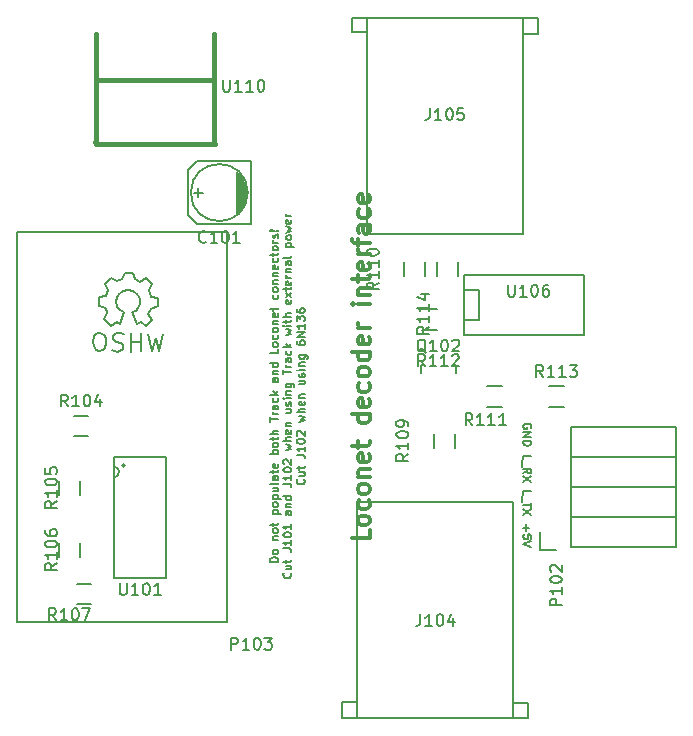
<source format=gto>
G04 #@! TF.FileFunction,Legend,Top*
%FSLAX46Y46*%
G04 Gerber Fmt 4.6, Leading zero omitted, Abs format (unit mm)*
G04 Created by KiCad (PCBNEW (2015-08-02 BZR 6038)-product) date 2015 November 19, Thursday 21:17:08*
%MOMM*%
G01*
G04 APERTURE LIST*
%ADD10C,0.100000*%
%ADD11C,0.150000*%
%ADD12C,0.300000*%
%ADD13C,0.381000*%
G04 APERTURE END LIST*
D10*
D11*
X202436667Y-117016661D02*
X201736667Y-117016661D01*
X201736667Y-116849995D01*
X201770000Y-116749995D01*
X201836667Y-116683328D01*
X201903333Y-116649995D01*
X202036667Y-116616661D01*
X202136667Y-116616661D01*
X202270000Y-116649995D01*
X202336667Y-116683328D01*
X202403333Y-116749995D01*
X202436667Y-116849995D01*
X202436667Y-117016661D01*
X202436667Y-116216661D02*
X202403333Y-116283328D01*
X202370000Y-116316661D01*
X202303333Y-116349995D01*
X202103333Y-116349995D01*
X202036667Y-116316661D01*
X202003333Y-116283328D01*
X201970000Y-116216661D01*
X201970000Y-116116661D01*
X202003333Y-116049995D01*
X202036667Y-116016661D01*
X202103333Y-115983328D01*
X202303333Y-115983328D01*
X202370000Y-116016661D01*
X202403333Y-116049995D01*
X202436667Y-116116661D01*
X202436667Y-116216661D01*
X201970000Y-115149995D02*
X202436667Y-115149995D01*
X202036667Y-115149995D02*
X202003333Y-115116662D01*
X201970000Y-115049995D01*
X201970000Y-114949995D01*
X202003333Y-114883329D01*
X202070000Y-114849995D01*
X202436667Y-114849995D01*
X202436667Y-114416662D02*
X202403333Y-114483329D01*
X202370000Y-114516662D01*
X202303333Y-114549996D01*
X202103333Y-114549996D01*
X202036667Y-114516662D01*
X202003333Y-114483329D01*
X201970000Y-114416662D01*
X201970000Y-114316662D01*
X202003333Y-114249996D01*
X202036667Y-114216662D01*
X202103333Y-114183329D01*
X202303333Y-114183329D01*
X202370000Y-114216662D01*
X202403333Y-114249996D01*
X202436667Y-114316662D01*
X202436667Y-114416662D01*
X201970000Y-113983329D02*
X201970000Y-113716663D01*
X201736667Y-113883329D02*
X202336667Y-113883329D01*
X202403333Y-113849996D01*
X202436667Y-113783329D01*
X202436667Y-113716663D01*
X201970000Y-112949996D02*
X202670000Y-112949996D01*
X202003333Y-112949996D02*
X201970000Y-112883330D01*
X201970000Y-112749996D01*
X202003333Y-112683330D01*
X202036667Y-112649996D01*
X202103333Y-112616663D01*
X202303333Y-112616663D01*
X202370000Y-112649996D01*
X202403333Y-112683330D01*
X202436667Y-112749996D01*
X202436667Y-112883330D01*
X202403333Y-112949996D01*
X202436667Y-112216663D02*
X202403333Y-112283330D01*
X202370000Y-112316663D01*
X202303333Y-112349997D01*
X202103333Y-112349997D01*
X202036667Y-112316663D01*
X202003333Y-112283330D01*
X201970000Y-112216663D01*
X201970000Y-112116663D01*
X202003333Y-112049997D01*
X202036667Y-112016663D01*
X202103333Y-111983330D01*
X202303333Y-111983330D01*
X202370000Y-112016663D01*
X202403333Y-112049997D01*
X202436667Y-112116663D01*
X202436667Y-112216663D01*
X201970000Y-111683330D02*
X202670000Y-111683330D01*
X202003333Y-111683330D02*
X201970000Y-111616664D01*
X201970000Y-111483330D01*
X202003333Y-111416664D01*
X202036667Y-111383330D01*
X202103333Y-111349997D01*
X202303333Y-111349997D01*
X202370000Y-111383330D01*
X202403333Y-111416664D01*
X202436667Y-111483330D01*
X202436667Y-111616664D01*
X202403333Y-111683330D01*
X201970000Y-110749997D02*
X202436667Y-110749997D01*
X201970000Y-111049997D02*
X202336667Y-111049997D01*
X202403333Y-111016664D01*
X202436667Y-110949997D01*
X202436667Y-110849997D01*
X202403333Y-110783331D01*
X202370000Y-110749997D01*
X202436667Y-110316664D02*
X202403333Y-110383331D01*
X202336667Y-110416664D01*
X201736667Y-110416664D01*
X202436667Y-109749997D02*
X202070000Y-109749997D01*
X202003333Y-109783331D01*
X201970000Y-109849997D01*
X201970000Y-109983331D01*
X202003333Y-110049997D01*
X202403333Y-109749997D02*
X202436667Y-109816664D01*
X202436667Y-109983331D01*
X202403333Y-110049997D01*
X202336667Y-110083331D01*
X202270000Y-110083331D01*
X202203333Y-110049997D01*
X202170000Y-109983331D01*
X202170000Y-109816664D01*
X202136667Y-109749997D01*
X201970000Y-109516664D02*
X201970000Y-109249998D01*
X201736667Y-109416664D02*
X202336667Y-109416664D01*
X202403333Y-109383331D01*
X202436667Y-109316664D01*
X202436667Y-109249998D01*
X202403333Y-108749998D02*
X202436667Y-108816664D01*
X202436667Y-108949998D01*
X202403333Y-109016664D01*
X202336667Y-109049998D01*
X202070000Y-109049998D01*
X202003333Y-109016664D01*
X201970000Y-108949998D01*
X201970000Y-108816664D01*
X202003333Y-108749998D01*
X202070000Y-108716664D01*
X202136667Y-108716664D01*
X202203333Y-109049998D01*
X202436667Y-107883331D02*
X201736667Y-107883331D01*
X202003333Y-107883331D02*
X201970000Y-107816665D01*
X201970000Y-107683331D01*
X202003333Y-107616665D01*
X202036667Y-107583331D01*
X202103333Y-107549998D01*
X202303333Y-107549998D01*
X202370000Y-107583331D01*
X202403333Y-107616665D01*
X202436667Y-107683331D01*
X202436667Y-107816665D01*
X202403333Y-107883331D01*
X202436667Y-107149998D02*
X202403333Y-107216665D01*
X202370000Y-107249998D01*
X202303333Y-107283332D01*
X202103333Y-107283332D01*
X202036667Y-107249998D01*
X202003333Y-107216665D01*
X201970000Y-107149998D01*
X201970000Y-107049998D01*
X202003333Y-106983332D01*
X202036667Y-106949998D01*
X202103333Y-106916665D01*
X202303333Y-106916665D01*
X202370000Y-106949998D01*
X202403333Y-106983332D01*
X202436667Y-107049998D01*
X202436667Y-107149998D01*
X201970000Y-106716665D02*
X201970000Y-106449999D01*
X201736667Y-106616665D02*
X202336667Y-106616665D01*
X202403333Y-106583332D01*
X202436667Y-106516665D01*
X202436667Y-106449999D01*
X202436667Y-106216665D02*
X201736667Y-106216665D01*
X202436667Y-105916665D02*
X202070000Y-105916665D01*
X202003333Y-105949999D01*
X201970000Y-106016665D01*
X201970000Y-106116665D01*
X202003333Y-106183332D01*
X202036667Y-106216665D01*
X201736667Y-105149999D02*
X201736667Y-104749999D01*
X202436667Y-104949999D02*
X201736667Y-104949999D01*
X202436667Y-104516666D02*
X201970000Y-104516666D01*
X202103333Y-104516666D02*
X202036667Y-104483333D01*
X202003333Y-104450000D01*
X201970000Y-104383333D01*
X201970000Y-104316666D01*
X202436667Y-103783333D02*
X202070000Y-103783333D01*
X202003333Y-103816667D01*
X201970000Y-103883333D01*
X201970000Y-104016667D01*
X202003333Y-104083333D01*
X202403333Y-103783333D02*
X202436667Y-103850000D01*
X202436667Y-104016667D01*
X202403333Y-104083333D01*
X202336667Y-104116667D01*
X202270000Y-104116667D01*
X202203333Y-104083333D01*
X202170000Y-104016667D01*
X202170000Y-103850000D01*
X202136667Y-103783333D01*
X202403333Y-103150000D02*
X202436667Y-103216667D01*
X202436667Y-103350000D01*
X202403333Y-103416667D01*
X202370000Y-103450000D01*
X202303333Y-103483334D01*
X202103333Y-103483334D01*
X202036667Y-103450000D01*
X202003333Y-103416667D01*
X201970000Y-103350000D01*
X201970000Y-103216667D01*
X202003333Y-103150000D01*
X202436667Y-102850000D02*
X201736667Y-102850000D01*
X202170000Y-102783334D02*
X202436667Y-102583334D01*
X201970000Y-102583334D02*
X202236667Y-102850000D01*
X202436667Y-101450000D02*
X202070000Y-101450000D01*
X202003333Y-101483334D01*
X201970000Y-101550000D01*
X201970000Y-101683334D01*
X202003333Y-101750000D01*
X202403333Y-101450000D02*
X202436667Y-101516667D01*
X202436667Y-101683334D01*
X202403333Y-101750000D01*
X202336667Y-101783334D01*
X202270000Y-101783334D01*
X202203333Y-101750000D01*
X202170000Y-101683334D01*
X202170000Y-101516667D01*
X202136667Y-101450000D01*
X201970000Y-101116667D02*
X202436667Y-101116667D01*
X202036667Y-101116667D02*
X202003333Y-101083334D01*
X201970000Y-101016667D01*
X201970000Y-100916667D01*
X202003333Y-100850001D01*
X202070000Y-100816667D01*
X202436667Y-100816667D01*
X202436667Y-100183334D02*
X201736667Y-100183334D01*
X202403333Y-100183334D02*
X202436667Y-100250001D01*
X202436667Y-100383334D01*
X202403333Y-100450001D01*
X202370000Y-100483334D01*
X202303333Y-100516668D01*
X202103333Y-100516668D01*
X202036667Y-100483334D01*
X202003333Y-100450001D01*
X201970000Y-100383334D01*
X201970000Y-100250001D01*
X202003333Y-100183334D01*
X202436667Y-98983335D02*
X202436667Y-99316668D01*
X201736667Y-99316668D01*
X202436667Y-98650001D02*
X202403333Y-98716668D01*
X202370000Y-98750001D01*
X202303333Y-98783335D01*
X202103333Y-98783335D01*
X202036667Y-98750001D01*
X202003333Y-98716668D01*
X201970000Y-98650001D01*
X201970000Y-98550001D01*
X202003333Y-98483335D01*
X202036667Y-98450001D01*
X202103333Y-98416668D01*
X202303333Y-98416668D01*
X202370000Y-98450001D01*
X202403333Y-98483335D01*
X202436667Y-98550001D01*
X202436667Y-98650001D01*
X202403333Y-97816668D02*
X202436667Y-97883335D01*
X202436667Y-98016668D01*
X202403333Y-98083335D01*
X202370000Y-98116668D01*
X202303333Y-98150002D01*
X202103333Y-98150002D01*
X202036667Y-98116668D01*
X202003333Y-98083335D01*
X201970000Y-98016668D01*
X201970000Y-97883335D01*
X202003333Y-97816668D01*
X202436667Y-97416668D02*
X202403333Y-97483335D01*
X202370000Y-97516668D01*
X202303333Y-97550002D01*
X202103333Y-97550002D01*
X202036667Y-97516668D01*
X202003333Y-97483335D01*
X201970000Y-97416668D01*
X201970000Y-97316668D01*
X202003333Y-97250002D01*
X202036667Y-97216668D01*
X202103333Y-97183335D01*
X202303333Y-97183335D01*
X202370000Y-97216668D01*
X202403333Y-97250002D01*
X202436667Y-97316668D01*
X202436667Y-97416668D01*
X201970000Y-96883335D02*
X202436667Y-96883335D01*
X202036667Y-96883335D02*
X202003333Y-96850002D01*
X201970000Y-96783335D01*
X201970000Y-96683335D01*
X202003333Y-96616669D01*
X202070000Y-96583335D01*
X202436667Y-96583335D01*
X202403333Y-95983336D02*
X202436667Y-96050002D01*
X202436667Y-96183336D01*
X202403333Y-96250002D01*
X202336667Y-96283336D01*
X202070000Y-96283336D01*
X202003333Y-96250002D01*
X201970000Y-96183336D01*
X201970000Y-96050002D01*
X202003333Y-95983336D01*
X202070000Y-95950002D01*
X202136667Y-95950002D01*
X202203333Y-96283336D01*
X201970000Y-95750002D02*
X201970000Y-95483336D01*
X201736667Y-95650002D02*
X202336667Y-95650002D01*
X202403333Y-95616669D01*
X202436667Y-95550002D01*
X202436667Y-95483336D01*
X202403333Y-94416669D02*
X202436667Y-94483336D01*
X202436667Y-94616669D01*
X202403333Y-94683336D01*
X202370000Y-94716669D01*
X202303333Y-94750003D01*
X202103333Y-94750003D01*
X202036667Y-94716669D01*
X202003333Y-94683336D01*
X201970000Y-94616669D01*
X201970000Y-94483336D01*
X202003333Y-94416669D01*
X202436667Y-94016669D02*
X202403333Y-94083336D01*
X202370000Y-94116669D01*
X202303333Y-94150003D01*
X202103333Y-94150003D01*
X202036667Y-94116669D01*
X202003333Y-94083336D01*
X201970000Y-94016669D01*
X201970000Y-93916669D01*
X202003333Y-93850003D01*
X202036667Y-93816669D01*
X202103333Y-93783336D01*
X202303333Y-93783336D01*
X202370000Y-93816669D01*
X202403333Y-93850003D01*
X202436667Y-93916669D01*
X202436667Y-94016669D01*
X201970000Y-93483336D02*
X202436667Y-93483336D01*
X202036667Y-93483336D02*
X202003333Y-93450003D01*
X201970000Y-93383336D01*
X201970000Y-93283336D01*
X202003333Y-93216670D01*
X202070000Y-93183336D01*
X202436667Y-93183336D01*
X201970000Y-92850003D02*
X202436667Y-92850003D01*
X202036667Y-92850003D02*
X202003333Y-92816670D01*
X201970000Y-92750003D01*
X201970000Y-92650003D01*
X202003333Y-92583337D01*
X202070000Y-92550003D01*
X202436667Y-92550003D01*
X202403333Y-91950004D02*
X202436667Y-92016670D01*
X202436667Y-92150004D01*
X202403333Y-92216670D01*
X202336667Y-92250004D01*
X202070000Y-92250004D01*
X202003333Y-92216670D01*
X201970000Y-92150004D01*
X201970000Y-92016670D01*
X202003333Y-91950004D01*
X202070000Y-91916670D01*
X202136667Y-91916670D01*
X202203333Y-92250004D01*
X202403333Y-91316670D02*
X202436667Y-91383337D01*
X202436667Y-91516670D01*
X202403333Y-91583337D01*
X202370000Y-91616670D01*
X202303333Y-91650004D01*
X202103333Y-91650004D01*
X202036667Y-91616670D01*
X202003333Y-91583337D01*
X201970000Y-91516670D01*
X201970000Y-91383337D01*
X202003333Y-91316670D01*
X201970000Y-91116670D02*
X201970000Y-90850004D01*
X201736667Y-91016670D02*
X202336667Y-91016670D01*
X202403333Y-90983337D01*
X202436667Y-90916670D01*
X202436667Y-90850004D01*
X202436667Y-90516670D02*
X202403333Y-90583337D01*
X202370000Y-90616670D01*
X202303333Y-90650004D01*
X202103333Y-90650004D01*
X202036667Y-90616670D01*
X202003333Y-90583337D01*
X201970000Y-90516670D01*
X201970000Y-90416670D01*
X202003333Y-90350004D01*
X202036667Y-90316670D01*
X202103333Y-90283337D01*
X202303333Y-90283337D01*
X202370000Y-90316670D01*
X202403333Y-90350004D01*
X202436667Y-90416670D01*
X202436667Y-90516670D01*
X202436667Y-89983337D02*
X201970000Y-89983337D01*
X202103333Y-89983337D02*
X202036667Y-89950004D01*
X202003333Y-89916671D01*
X201970000Y-89850004D01*
X201970000Y-89783337D01*
X202403333Y-89583338D02*
X202436667Y-89516671D01*
X202436667Y-89383338D01*
X202403333Y-89316671D01*
X202336667Y-89283338D01*
X202303333Y-89283338D01*
X202236667Y-89316671D01*
X202203333Y-89383338D01*
X202203333Y-89483338D01*
X202170000Y-89550004D01*
X202103333Y-89583338D01*
X202070000Y-89583338D01*
X202003333Y-89550004D01*
X201970000Y-89483338D01*
X201970000Y-89383338D01*
X202003333Y-89316671D01*
X202370000Y-88983337D02*
X202403333Y-88950004D01*
X202436667Y-88983337D01*
X202403333Y-89016671D01*
X202370000Y-88983337D01*
X202436667Y-88983337D01*
X202170000Y-88983337D02*
X201770000Y-89016671D01*
X201736667Y-88983337D01*
X201770000Y-88950004D01*
X202170000Y-88983337D01*
X201736667Y-88983337D01*
X203500000Y-117949995D02*
X203533333Y-117983329D01*
X203566667Y-118083329D01*
X203566667Y-118149995D01*
X203533333Y-118249995D01*
X203466667Y-118316662D01*
X203400000Y-118349995D01*
X203266667Y-118383329D01*
X203166667Y-118383329D01*
X203033333Y-118349995D01*
X202966667Y-118316662D01*
X202900000Y-118249995D01*
X202866667Y-118149995D01*
X202866667Y-118083329D01*
X202900000Y-117983329D01*
X202933333Y-117949995D01*
X203100000Y-117349995D02*
X203566667Y-117349995D01*
X203100000Y-117649995D02*
X203466667Y-117649995D01*
X203533333Y-117616662D01*
X203566667Y-117549995D01*
X203566667Y-117449995D01*
X203533333Y-117383329D01*
X203500000Y-117349995D01*
X203100000Y-117116662D02*
X203100000Y-116849996D01*
X202866667Y-117016662D02*
X203466667Y-117016662D01*
X203533333Y-116983329D01*
X203566667Y-116916662D01*
X203566667Y-116849996D01*
X202866667Y-115883329D02*
X203366667Y-115883329D01*
X203466667Y-115916663D01*
X203533333Y-115983329D01*
X203566667Y-116083329D01*
X203566667Y-116149996D01*
X203566667Y-115183330D02*
X203566667Y-115583330D01*
X203566667Y-115383330D02*
X202866667Y-115383330D01*
X202966667Y-115449996D01*
X203033333Y-115516663D01*
X203066667Y-115583330D01*
X202866667Y-114749996D02*
X202866667Y-114683329D01*
X202900000Y-114616663D01*
X202933333Y-114583329D01*
X203000000Y-114549996D01*
X203133333Y-114516663D01*
X203300000Y-114516663D01*
X203433333Y-114549996D01*
X203500000Y-114583329D01*
X203533333Y-114616663D01*
X203566667Y-114683329D01*
X203566667Y-114749996D01*
X203533333Y-114816663D01*
X203500000Y-114849996D01*
X203433333Y-114883329D01*
X203300000Y-114916663D01*
X203133333Y-114916663D01*
X203000000Y-114883329D01*
X202933333Y-114849996D01*
X202900000Y-114816663D01*
X202866667Y-114749996D01*
X203566667Y-113849996D02*
X203566667Y-114249996D01*
X203566667Y-114049996D02*
X202866667Y-114049996D01*
X202966667Y-114116662D01*
X203033333Y-114183329D01*
X203066667Y-114249996D01*
X203566667Y-112716662D02*
X203200000Y-112716662D01*
X203133333Y-112749996D01*
X203100000Y-112816662D01*
X203100000Y-112949996D01*
X203133333Y-113016662D01*
X203533333Y-112716662D02*
X203566667Y-112783329D01*
X203566667Y-112949996D01*
X203533333Y-113016662D01*
X203466667Y-113049996D01*
X203400000Y-113049996D01*
X203333333Y-113016662D01*
X203300000Y-112949996D01*
X203300000Y-112783329D01*
X203266667Y-112716662D01*
X203100000Y-112383329D02*
X203566667Y-112383329D01*
X203166667Y-112383329D02*
X203133333Y-112349996D01*
X203100000Y-112283329D01*
X203100000Y-112183329D01*
X203133333Y-112116663D01*
X203200000Y-112083329D01*
X203566667Y-112083329D01*
X203566667Y-111449996D02*
X202866667Y-111449996D01*
X203533333Y-111449996D02*
X203566667Y-111516663D01*
X203566667Y-111649996D01*
X203533333Y-111716663D01*
X203500000Y-111749996D01*
X203433333Y-111783330D01*
X203233333Y-111783330D01*
X203166667Y-111749996D01*
X203133333Y-111716663D01*
X203100000Y-111649996D01*
X203100000Y-111516663D01*
X203133333Y-111449996D01*
X202866667Y-110383330D02*
X203366667Y-110383330D01*
X203466667Y-110416664D01*
X203533333Y-110483330D01*
X203566667Y-110583330D01*
X203566667Y-110649997D01*
X203566667Y-109683331D02*
X203566667Y-110083331D01*
X203566667Y-109883331D02*
X202866667Y-109883331D01*
X202966667Y-109949997D01*
X203033333Y-110016664D01*
X203066667Y-110083331D01*
X202866667Y-109249997D02*
X202866667Y-109183330D01*
X202900000Y-109116664D01*
X202933333Y-109083330D01*
X203000000Y-109049997D01*
X203133333Y-109016664D01*
X203300000Y-109016664D01*
X203433333Y-109049997D01*
X203500000Y-109083330D01*
X203533333Y-109116664D01*
X203566667Y-109183330D01*
X203566667Y-109249997D01*
X203533333Y-109316664D01*
X203500000Y-109349997D01*
X203433333Y-109383330D01*
X203300000Y-109416664D01*
X203133333Y-109416664D01*
X203000000Y-109383330D01*
X202933333Y-109349997D01*
X202900000Y-109316664D01*
X202866667Y-109249997D01*
X202933333Y-108749997D02*
X202900000Y-108716663D01*
X202866667Y-108649997D01*
X202866667Y-108483330D01*
X202900000Y-108416663D01*
X202933333Y-108383330D01*
X203000000Y-108349997D01*
X203066667Y-108349997D01*
X203166667Y-108383330D01*
X203566667Y-108783330D01*
X203566667Y-108349997D01*
X203100000Y-107583330D02*
X203566667Y-107449997D01*
X203233333Y-107316663D01*
X203566667Y-107183330D01*
X203100000Y-107049997D01*
X203566667Y-106783330D02*
X202866667Y-106783330D01*
X203566667Y-106483330D02*
X203200000Y-106483330D01*
X203133333Y-106516664D01*
X203100000Y-106583330D01*
X203100000Y-106683330D01*
X203133333Y-106749997D01*
X203166667Y-106783330D01*
X203533333Y-105883331D02*
X203566667Y-105949997D01*
X203566667Y-106083331D01*
X203533333Y-106149997D01*
X203466667Y-106183331D01*
X203200000Y-106183331D01*
X203133333Y-106149997D01*
X203100000Y-106083331D01*
X203100000Y-105949997D01*
X203133333Y-105883331D01*
X203200000Y-105849997D01*
X203266667Y-105849997D01*
X203333333Y-106183331D01*
X203100000Y-105549997D02*
X203566667Y-105549997D01*
X203166667Y-105549997D02*
X203133333Y-105516664D01*
X203100000Y-105449997D01*
X203100000Y-105349997D01*
X203133333Y-105283331D01*
X203200000Y-105249997D01*
X203566667Y-105249997D01*
X203100000Y-104083331D02*
X203566667Y-104083331D01*
X203100000Y-104383331D02*
X203466667Y-104383331D01*
X203533333Y-104349998D01*
X203566667Y-104283331D01*
X203566667Y-104183331D01*
X203533333Y-104116665D01*
X203500000Y-104083331D01*
X203533333Y-103783332D02*
X203566667Y-103716665D01*
X203566667Y-103583332D01*
X203533333Y-103516665D01*
X203466667Y-103483332D01*
X203433333Y-103483332D01*
X203366667Y-103516665D01*
X203333333Y-103583332D01*
X203333333Y-103683332D01*
X203300000Y-103749998D01*
X203233333Y-103783332D01*
X203200000Y-103783332D01*
X203133333Y-103749998D01*
X203100000Y-103683332D01*
X203100000Y-103583332D01*
X203133333Y-103516665D01*
X203566667Y-103183331D02*
X203100000Y-103183331D01*
X202866667Y-103183331D02*
X202900000Y-103216665D01*
X202933333Y-103183331D01*
X202900000Y-103149998D01*
X202866667Y-103183331D01*
X202933333Y-103183331D01*
X203100000Y-102849998D02*
X203566667Y-102849998D01*
X203166667Y-102849998D02*
X203133333Y-102816665D01*
X203100000Y-102749998D01*
X203100000Y-102649998D01*
X203133333Y-102583332D01*
X203200000Y-102549998D01*
X203566667Y-102549998D01*
X203100000Y-101916665D02*
X203666667Y-101916665D01*
X203733333Y-101949999D01*
X203766667Y-101983332D01*
X203800000Y-102049999D01*
X203800000Y-102149999D01*
X203766667Y-102216665D01*
X203533333Y-101916665D02*
X203566667Y-101983332D01*
X203566667Y-102116665D01*
X203533333Y-102183332D01*
X203500000Y-102216665D01*
X203433333Y-102249999D01*
X203233333Y-102249999D01*
X203166667Y-102216665D01*
X203133333Y-102183332D01*
X203100000Y-102116665D01*
X203100000Y-101983332D01*
X203133333Y-101916665D01*
X202866667Y-101149999D02*
X202866667Y-100749999D01*
X203566667Y-100949999D02*
X202866667Y-100949999D01*
X203566667Y-100516666D02*
X203100000Y-100516666D01*
X203233333Y-100516666D02*
X203166667Y-100483333D01*
X203133333Y-100450000D01*
X203100000Y-100383333D01*
X203100000Y-100316666D01*
X203566667Y-99783333D02*
X203200000Y-99783333D01*
X203133333Y-99816667D01*
X203100000Y-99883333D01*
X203100000Y-100016667D01*
X203133333Y-100083333D01*
X203533333Y-99783333D02*
X203566667Y-99850000D01*
X203566667Y-100016667D01*
X203533333Y-100083333D01*
X203466667Y-100116667D01*
X203400000Y-100116667D01*
X203333333Y-100083333D01*
X203300000Y-100016667D01*
X203300000Y-99850000D01*
X203266667Y-99783333D01*
X203533333Y-99150000D02*
X203566667Y-99216667D01*
X203566667Y-99350000D01*
X203533333Y-99416667D01*
X203500000Y-99450000D01*
X203433333Y-99483334D01*
X203233333Y-99483334D01*
X203166667Y-99450000D01*
X203133333Y-99416667D01*
X203100000Y-99350000D01*
X203100000Y-99216667D01*
X203133333Y-99150000D01*
X203566667Y-98850000D02*
X202866667Y-98850000D01*
X203300000Y-98783334D02*
X203566667Y-98583334D01*
X203100000Y-98583334D02*
X203366667Y-98850000D01*
X203100000Y-97816667D02*
X203566667Y-97683334D01*
X203233333Y-97550000D01*
X203566667Y-97416667D01*
X203100000Y-97283334D01*
X203566667Y-97016667D02*
X203100000Y-97016667D01*
X202866667Y-97016667D02*
X202900000Y-97050001D01*
X202933333Y-97016667D01*
X202900000Y-96983334D01*
X202866667Y-97016667D01*
X202933333Y-97016667D01*
X203100000Y-96783334D02*
X203100000Y-96516668D01*
X202866667Y-96683334D02*
X203466667Y-96683334D01*
X203533333Y-96650001D01*
X203566667Y-96583334D01*
X203566667Y-96516668D01*
X203566667Y-96283334D02*
X202866667Y-96283334D01*
X203566667Y-95983334D02*
X203200000Y-95983334D01*
X203133333Y-96016668D01*
X203100000Y-96083334D01*
X203100000Y-96183334D01*
X203133333Y-96250001D01*
X203166667Y-96283334D01*
X203533333Y-94850002D02*
X203566667Y-94916668D01*
X203566667Y-95050002D01*
X203533333Y-95116668D01*
X203466667Y-95150002D01*
X203200000Y-95150002D01*
X203133333Y-95116668D01*
X203100000Y-95050002D01*
X203100000Y-94916668D01*
X203133333Y-94850002D01*
X203200000Y-94816668D01*
X203266667Y-94816668D01*
X203333333Y-95150002D01*
X203566667Y-94583335D02*
X203100000Y-94216668D01*
X203100000Y-94583335D02*
X203566667Y-94216668D01*
X203100000Y-94050001D02*
X203100000Y-93783335D01*
X202866667Y-93950001D02*
X203466667Y-93950001D01*
X203533333Y-93916668D01*
X203566667Y-93850001D01*
X203566667Y-93783335D01*
X203533333Y-93283335D02*
X203566667Y-93350001D01*
X203566667Y-93483335D01*
X203533333Y-93550001D01*
X203466667Y-93583335D01*
X203200000Y-93583335D01*
X203133333Y-93550001D01*
X203100000Y-93483335D01*
X203100000Y-93350001D01*
X203133333Y-93283335D01*
X203200000Y-93250001D01*
X203266667Y-93250001D01*
X203333333Y-93583335D01*
X203566667Y-92950001D02*
X203100000Y-92950001D01*
X203233333Y-92950001D02*
X203166667Y-92916668D01*
X203133333Y-92883335D01*
X203100000Y-92816668D01*
X203100000Y-92750001D01*
X203100000Y-92516668D02*
X203566667Y-92516668D01*
X203166667Y-92516668D02*
X203133333Y-92483335D01*
X203100000Y-92416668D01*
X203100000Y-92316668D01*
X203133333Y-92250002D01*
X203200000Y-92216668D01*
X203566667Y-92216668D01*
X203566667Y-91583335D02*
X203200000Y-91583335D01*
X203133333Y-91616669D01*
X203100000Y-91683335D01*
X203100000Y-91816669D01*
X203133333Y-91883335D01*
X203533333Y-91583335D02*
X203566667Y-91650002D01*
X203566667Y-91816669D01*
X203533333Y-91883335D01*
X203466667Y-91916669D01*
X203400000Y-91916669D01*
X203333333Y-91883335D01*
X203300000Y-91816669D01*
X203300000Y-91650002D01*
X203266667Y-91583335D01*
X203566667Y-91150002D02*
X203533333Y-91216669D01*
X203466667Y-91250002D01*
X202866667Y-91250002D01*
X203100000Y-90350002D02*
X203800000Y-90350002D01*
X203133333Y-90350002D02*
X203100000Y-90283336D01*
X203100000Y-90150002D01*
X203133333Y-90083336D01*
X203166667Y-90050002D01*
X203233333Y-90016669D01*
X203433333Y-90016669D01*
X203500000Y-90050002D01*
X203533333Y-90083336D01*
X203566667Y-90150002D01*
X203566667Y-90283336D01*
X203533333Y-90350002D01*
X203566667Y-89616669D02*
X203533333Y-89683336D01*
X203500000Y-89716669D01*
X203433333Y-89750003D01*
X203233333Y-89750003D01*
X203166667Y-89716669D01*
X203133333Y-89683336D01*
X203100000Y-89616669D01*
X203100000Y-89516669D01*
X203133333Y-89450003D01*
X203166667Y-89416669D01*
X203233333Y-89383336D01*
X203433333Y-89383336D01*
X203500000Y-89416669D01*
X203533333Y-89450003D01*
X203566667Y-89516669D01*
X203566667Y-89616669D01*
X203100000Y-89150003D02*
X203566667Y-89016670D01*
X203233333Y-88883336D01*
X203566667Y-88750003D01*
X203100000Y-88616670D01*
X203533333Y-88083337D02*
X203566667Y-88150003D01*
X203566667Y-88283337D01*
X203533333Y-88350003D01*
X203466667Y-88383337D01*
X203200000Y-88383337D01*
X203133333Y-88350003D01*
X203100000Y-88283337D01*
X203100000Y-88150003D01*
X203133333Y-88083337D01*
X203200000Y-88050003D01*
X203266667Y-88050003D01*
X203333333Y-88383337D01*
X203566667Y-87750003D02*
X203100000Y-87750003D01*
X203233333Y-87750003D02*
X203166667Y-87716670D01*
X203133333Y-87683337D01*
X203100000Y-87616670D01*
X203100000Y-87550003D01*
X204630000Y-110033332D02*
X204663333Y-110066666D01*
X204696667Y-110166666D01*
X204696667Y-110233332D01*
X204663333Y-110333332D01*
X204596667Y-110399999D01*
X204530000Y-110433332D01*
X204396667Y-110466666D01*
X204296667Y-110466666D01*
X204163333Y-110433332D01*
X204096667Y-110399999D01*
X204030000Y-110333332D01*
X203996667Y-110233332D01*
X203996667Y-110166666D01*
X204030000Y-110066666D01*
X204063333Y-110033332D01*
X204230000Y-109433332D02*
X204696667Y-109433332D01*
X204230000Y-109733332D02*
X204596667Y-109733332D01*
X204663333Y-109699999D01*
X204696667Y-109633332D01*
X204696667Y-109533332D01*
X204663333Y-109466666D01*
X204630000Y-109433332D01*
X204230000Y-109199999D02*
X204230000Y-108933333D01*
X203996667Y-109099999D02*
X204596667Y-109099999D01*
X204663333Y-109066666D01*
X204696667Y-108999999D01*
X204696667Y-108933333D01*
X203996667Y-107966666D02*
X204496667Y-107966666D01*
X204596667Y-108000000D01*
X204663333Y-108066666D01*
X204696667Y-108166666D01*
X204696667Y-108233333D01*
X204696667Y-107266667D02*
X204696667Y-107666667D01*
X204696667Y-107466667D02*
X203996667Y-107466667D01*
X204096667Y-107533333D01*
X204163333Y-107600000D01*
X204196667Y-107666667D01*
X203996667Y-106833333D02*
X203996667Y-106766666D01*
X204030000Y-106700000D01*
X204063333Y-106666666D01*
X204130000Y-106633333D01*
X204263333Y-106600000D01*
X204430000Y-106600000D01*
X204563333Y-106633333D01*
X204630000Y-106666666D01*
X204663333Y-106700000D01*
X204696667Y-106766666D01*
X204696667Y-106833333D01*
X204663333Y-106900000D01*
X204630000Y-106933333D01*
X204563333Y-106966666D01*
X204430000Y-107000000D01*
X204263333Y-107000000D01*
X204130000Y-106966666D01*
X204063333Y-106933333D01*
X204030000Y-106900000D01*
X203996667Y-106833333D01*
X204063333Y-106333333D02*
X204030000Y-106299999D01*
X203996667Y-106233333D01*
X203996667Y-106066666D01*
X204030000Y-105999999D01*
X204063333Y-105966666D01*
X204130000Y-105933333D01*
X204196667Y-105933333D01*
X204296667Y-105966666D01*
X204696667Y-106366666D01*
X204696667Y-105933333D01*
X204230000Y-105166666D02*
X204696667Y-105033333D01*
X204363333Y-104899999D01*
X204696667Y-104766666D01*
X204230000Y-104633333D01*
X204696667Y-104366666D02*
X203996667Y-104366666D01*
X204696667Y-104066666D02*
X204330000Y-104066666D01*
X204263333Y-104100000D01*
X204230000Y-104166666D01*
X204230000Y-104266666D01*
X204263333Y-104333333D01*
X204296667Y-104366666D01*
X204663333Y-103466667D02*
X204696667Y-103533333D01*
X204696667Y-103666667D01*
X204663333Y-103733333D01*
X204596667Y-103766667D01*
X204330000Y-103766667D01*
X204263333Y-103733333D01*
X204230000Y-103666667D01*
X204230000Y-103533333D01*
X204263333Y-103466667D01*
X204330000Y-103433333D01*
X204396667Y-103433333D01*
X204463333Y-103766667D01*
X204230000Y-103133333D02*
X204696667Y-103133333D01*
X204296667Y-103133333D02*
X204263333Y-103100000D01*
X204230000Y-103033333D01*
X204230000Y-102933333D01*
X204263333Y-102866667D01*
X204330000Y-102833333D01*
X204696667Y-102833333D01*
X204230000Y-101666667D02*
X204696667Y-101666667D01*
X204230000Y-101966667D02*
X204596667Y-101966667D01*
X204663333Y-101933334D01*
X204696667Y-101866667D01*
X204696667Y-101766667D01*
X204663333Y-101700001D01*
X204630000Y-101666667D01*
X204663333Y-101366668D02*
X204696667Y-101300001D01*
X204696667Y-101166668D01*
X204663333Y-101100001D01*
X204596667Y-101066668D01*
X204563333Y-101066668D01*
X204496667Y-101100001D01*
X204463333Y-101166668D01*
X204463333Y-101266668D01*
X204430000Y-101333334D01*
X204363333Y-101366668D01*
X204330000Y-101366668D01*
X204263333Y-101333334D01*
X204230000Y-101266668D01*
X204230000Y-101166668D01*
X204263333Y-101100001D01*
X204696667Y-100766667D02*
X204230000Y-100766667D01*
X203996667Y-100766667D02*
X204030000Y-100800001D01*
X204063333Y-100766667D01*
X204030000Y-100733334D01*
X203996667Y-100766667D01*
X204063333Y-100766667D01*
X204230000Y-100433334D02*
X204696667Y-100433334D01*
X204296667Y-100433334D02*
X204263333Y-100400001D01*
X204230000Y-100333334D01*
X204230000Y-100233334D01*
X204263333Y-100166668D01*
X204330000Y-100133334D01*
X204696667Y-100133334D01*
X204230000Y-99500001D02*
X204796667Y-99500001D01*
X204863333Y-99533335D01*
X204896667Y-99566668D01*
X204930000Y-99633335D01*
X204930000Y-99733335D01*
X204896667Y-99800001D01*
X204663333Y-99500001D02*
X204696667Y-99566668D01*
X204696667Y-99700001D01*
X204663333Y-99766668D01*
X204630000Y-99800001D01*
X204563333Y-99833335D01*
X204363333Y-99833335D01*
X204296667Y-99800001D01*
X204263333Y-99766668D01*
X204230000Y-99700001D01*
X204230000Y-99566668D01*
X204263333Y-99500001D01*
X203996667Y-98333335D02*
X203996667Y-98466669D01*
X204030000Y-98533335D01*
X204063333Y-98566669D01*
X204163333Y-98633335D01*
X204296667Y-98666669D01*
X204563333Y-98666669D01*
X204630000Y-98633335D01*
X204663333Y-98600002D01*
X204696667Y-98533335D01*
X204696667Y-98400002D01*
X204663333Y-98333335D01*
X204630000Y-98300002D01*
X204563333Y-98266669D01*
X204396667Y-98266669D01*
X204330000Y-98300002D01*
X204296667Y-98333335D01*
X204263333Y-98400002D01*
X204263333Y-98533335D01*
X204296667Y-98600002D01*
X204330000Y-98633335D01*
X204396667Y-98666669D01*
X204696667Y-97966668D02*
X203996667Y-97966668D01*
X204696667Y-97566668D01*
X203996667Y-97566668D01*
X204696667Y-96866669D02*
X204696667Y-97266669D01*
X204696667Y-97066669D02*
X203996667Y-97066669D01*
X204096667Y-97133335D01*
X204163333Y-97200002D01*
X204196667Y-97266669D01*
X203996667Y-96633335D02*
X203996667Y-96200002D01*
X204263333Y-96433335D01*
X204263333Y-96333335D01*
X204296667Y-96266668D01*
X204330000Y-96233335D01*
X204396667Y-96200002D01*
X204563333Y-96200002D01*
X204630000Y-96233335D01*
X204663333Y-96266668D01*
X204696667Y-96333335D01*
X204696667Y-96533335D01*
X204663333Y-96600002D01*
X204630000Y-96633335D01*
X203996667Y-95600001D02*
X203996667Y-95733335D01*
X204030000Y-95800001D01*
X204063333Y-95833335D01*
X204163333Y-95900001D01*
X204296667Y-95933335D01*
X204563333Y-95933335D01*
X204630000Y-95900001D01*
X204663333Y-95866668D01*
X204696667Y-95800001D01*
X204696667Y-95666668D01*
X204663333Y-95600001D01*
X204630000Y-95566668D01*
X204563333Y-95533335D01*
X204396667Y-95533335D01*
X204330000Y-95566668D01*
X204296667Y-95600001D01*
X204263333Y-95666668D01*
X204263333Y-95800001D01*
X204296667Y-95866668D01*
X204330000Y-95900001D01*
X204396667Y-95933335D01*
X223850000Y-105716667D02*
X223883333Y-105650001D01*
X223883333Y-105550001D01*
X223850000Y-105450001D01*
X223783333Y-105383334D01*
X223716667Y-105350001D01*
X223583333Y-105316667D01*
X223483333Y-105316667D01*
X223350000Y-105350001D01*
X223283333Y-105383334D01*
X223216667Y-105450001D01*
X223183333Y-105550001D01*
X223183333Y-105616667D01*
X223216667Y-105716667D01*
X223250000Y-105750001D01*
X223483333Y-105750001D01*
X223483333Y-105616667D01*
X223183333Y-106050001D02*
X223883333Y-106050001D01*
X223183333Y-106450001D01*
X223883333Y-106450001D01*
X223183333Y-106783334D02*
X223883333Y-106783334D01*
X223883333Y-106950000D01*
X223850000Y-107050000D01*
X223783333Y-107116667D01*
X223716667Y-107150000D01*
X223583333Y-107183334D01*
X223483333Y-107183334D01*
X223350000Y-107150000D01*
X223283333Y-107116667D01*
X223216667Y-107050000D01*
X223183333Y-106950000D01*
X223183333Y-106783334D01*
X223183333Y-108350000D02*
X223183333Y-108016667D01*
X223883333Y-108016667D01*
X223116667Y-108416667D02*
X223116667Y-108950000D01*
X223183333Y-109516667D02*
X223516667Y-109283333D01*
X223183333Y-109116667D02*
X223883333Y-109116667D01*
X223883333Y-109383333D01*
X223850000Y-109450000D01*
X223816667Y-109483333D01*
X223750000Y-109516667D01*
X223650000Y-109516667D01*
X223583333Y-109483333D01*
X223550000Y-109450000D01*
X223516667Y-109383333D01*
X223516667Y-109116667D01*
X223883333Y-109750000D02*
X223183333Y-110216667D01*
X223883333Y-110216667D02*
X223183333Y-109750000D01*
X223183333Y-111350000D02*
X223183333Y-111016667D01*
X223883333Y-111016667D01*
X223116667Y-111416667D02*
X223116667Y-111950000D01*
X223883333Y-112016667D02*
X223883333Y-112416667D01*
X223183333Y-112216667D02*
X223883333Y-112216667D01*
X223883333Y-112583333D02*
X223183333Y-113050000D01*
X223883333Y-113050000D02*
X223183333Y-112583333D01*
X223450000Y-113850000D02*
X223450000Y-114383333D01*
X223183333Y-114116666D02*
X223716667Y-114116666D01*
X223883333Y-115050000D02*
X223883333Y-114716667D01*
X223550000Y-114683333D01*
X223583333Y-114716667D01*
X223616667Y-114783333D01*
X223616667Y-114950000D01*
X223583333Y-115016667D01*
X223550000Y-115050000D01*
X223483333Y-115083333D01*
X223316667Y-115083333D01*
X223250000Y-115050000D01*
X223216667Y-115016667D01*
X223183333Y-114950000D01*
X223183333Y-114783333D01*
X223216667Y-114716667D01*
X223250000Y-114683333D01*
X223883333Y-115283334D02*
X223183333Y-115516667D01*
X223883333Y-115750000D01*
D12*
X210178571Y-114321427D02*
X210178571Y-115035713D01*
X208678571Y-115035713D01*
X210178571Y-113607141D02*
X210107143Y-113749999D01*
X210035714Y-113821427D01*
X209892857Y-113892856D01*
X209464286Y-113892856D01*
X209321429Y-113821427D01*
X209250000Y-113749999D01*
X209178571Y-113607141D01*
X209178571Y-113392856D01*
X209250000Y-113249999D01*
X209321429Y-113178570D01*
X209464286Y-113107141D01*
X209892857Y-113107141D01*
X210035714Y-113178570D01*
X210107143Y-113249999D01*
X210178571Y-113392856D01*
X210178571Y-113607141D01*
X210107143Y-111821427D02*
X210178571Y-111964284D01*
X210178571Y-112249998D01*
X210107143Y-112392856D01*
X210035714Y-112464284D01*
X209892857Y-112535713D01*
X209464286Y-112535713D01*
X209321429Y-112464284D01*
X209250000Y-112392856D01*
X209178571Y-112249998D01*
X209178571Y-111964284D01*
X209250000Y-111821427D01*
X210178571Y-110964284D02*
X210107143Y-111107142D01*
X210035714Y-111178570D01*
X209892857Y-111249999D01*
X209464286Y-111249999D01*
X209321429Y-111178570D01*
X209250000Y-111107142D01*
X209178571Y-110964284D01*
X209178571Y-110749999D01*
X209250000Y-110607142D01*
X209321429Y-110535713D01*
X209464286Y-110464284D01*
X209892857Y-110464284D01*
X210035714Y-110535713D01*
X210107143Y-110607142D01*
X210178571Y-110749999D01*
X210178571Y-110964284D01*
X209178571Y-109821427D02*
X210178571Y-109821427D01*
X209321429Y-109821427D02*
X209250000Y-109749999D01*
X209178571Y-109607141D01*
X209178571Y-109392856D01*
X209250000Y-109249999D01*
X209392857Y-109178570D01*
X210178571Y-109178570D01*
X210107143Y-107892856D02*
X210178571Y-108035713D01*
X210178571Y-108321427D01*
X210107143Y-108464284D01*
X209964286Y-108535713D01*
X209392857Y-108535713D01*
X209250000Y-108464284D01*
X209178571Y-108321427D01*
X209178571Y-108035713D01*
X209250000Y-107892856D01*
X209392857Y-107821427D01*
X209535714Y-107821427D01*
X209678571Y-108535713D01*
X209178571Y-107392856D02*
X209178571Y-106821427D01*
X208678571Y-107178570D02*
X209964286Y-107178570D01*
X210107143Y-107107142D01*
X210178571Y-106964284D01*
X210178571Y-106821427D01*
X210178571Y-104535713D02*
X208678571Y-104535713D01*
X210107143Y-104535713D02*
X210178571Y-104678570D01*
X210178571Y-104964284D01*
X210107143Y-105107142D01*
X210035714Y-105178570D01*
X209892857Y-105249999D01*
X209464286Y-105249999D01*
X209321429Y-105178570D01*
X209250000Y-105107142D01*
X209178571Y-104964284D01*
X209178571Y-104678570D01*
X209250000Y-104535713D01*
X210107143Y-103249999D02*
X210178571Y-103392856D01*
X210178571Y-103678570D01*
X210107143Y-103821427D01*
X209964286Y-103892856D01*
X209392857Y-103892856D01*
X209250000Y-103821427D01*
X209178571Y-103678570D01*
X209178571Y-103392856D01*
X209250000Y-103249999D01*
X209392857Y-103178570D01*
X209535714Y-103178570D01*
X209678571Y-103892856D01*
X210107143Y-101892856D02*
X210178571Y-102035713D01*
X210178571Y-102321427D01*
X210107143Y-102464285D01*
X210035714Y-102535713D01*
X209892857Y-102607142D01*
X209464286Y-102607142D01*
X209321429Y-102535713D01*
X209250000Y-102464285D01*
X209178571Y-102321427D01*
X209178571Y-102035713D01*
X209250000Y-101892856D01*
X210178571Y-101035713D02*
X210107143Y-101178571D01*
X210035714Y-101249999D01*
X209892857Y-101321428D01*
X209464286Y-101321428D01*
X209321429Y-101249999D01*
X209250000Y-101178571D01*
X209178571Y-101035713D01*
X209178571Y-100821428D01*
X209250000Y-100678571D01*
X209321429Y-100607142D01*
X209464286Y-100535713D01*
X209892857Y-100535713D01*
X210035714Y-100607142D01*
X210107143Y-100678571D01*
X210178571Y-100821428D01*
X210178571Y-101035713D01*
X210178571Y-99249999D02*
X208678571Y-99249999D01*
X210107143Y-99249999D02*
X210178571Y-99392856D01*
X210178571Y-99678570D01*
X210107143Y-99821428D01*
X210035714Y-99892856D01*
X209892857Y-99964285D01*
X209464286Y-99964285D01*
X209321429Y-99892856D01*
X209250000Y-99821428D01*
X209178571Y-99678570D01*
X209178571Y-99392856D01*
X209250000Y-99249999D01*
X210107143Y-97964285D02*
X210178571Y-98107142D01*
X210178571Y-98392856D01*
X210107143Y-98535713D01*
X209964286Y-98607142D01*
X209392857Y-98607142D01*
X209250000Y-98535713D01*
X209178571Y-98392856D01*
X209178571Y-98107142D01*
X209250000Y-97964285D01*
X209392857Y-97892856D01*
X209535714Y-97892856D01*
X209678571Y-98607142D01*
X210178571Y-97249999D02*
X209178571Y-97249999D01*
X209464286Y-97249999D02*
X209321429Y-97178571D01*
X209250000Y-97107142D01*
X209178571Y-96964285D01*
X209178571Y-96821428D01*
X210178571Y-95178571D02*
X209178571Y-95178571D01*
X208678571Y-95178571D02*
X208750000Y-95250000D01*
X208821429Y-95178571D01*
X208750000Y-95107143D01*
X208678571Y-95178571D01*
X208821429Y-95178571D01*
X209178571Y-94464285D02*
X210178571Y-94464285D01*
X209321429Y-94464285D02*
X209250000Y-94392857D01*
X209178571Y-94249999D01*
X209178571Y-94035714D01*
X209250000Y-93892857D01*
X209392857Y-93821428D01*
X210178571Y-93821428D01*
X209178571Y-93321428D02*
X209178571Y-92749999D01*
X208678571Y-93107142D02*
X209964286Y-93107142D01*
X210107143Y-93035714D01*
X210178571Y-92892856D01*
X210178571Y-92749999D01*
X210107143Y-91678571D02*
X210178571Y-91821428D01*
X210178571Y-92107142D01*
X210107143Y-92249999D01*
X209964286Y-92321428D01*
X209392857Y-92321428D01*
X209250000Y-92249999D01*
X209178571Y-92107142D01*
X209178571Y-91821428D01*
X209250000Y-91678571D01*
X209392857Y-91607142D01*
X209535714Y-91607142D01*
X209678571Y-92321428D01*
X210178571Y-90964285D02*
X209178571Y-90964285D01*
X209464286Y-90964285D02*
X209321429Y-90892857D01*
X209250000Y-90821428D01*
X209178571Y-90678571D01*
X209178571Y-90535714D01*
X209178571Y-90250000D02*
X209178571Y-89678571D01*
X210178571Y-90035714D02*
X208892857Y-90035714D01*
X208750000Y-89964286D01*
X208678571Y-89821428D01*
X208678571Y-89678571D01*
X210178571Y-88535714D02*
X209392857Y-88535714D01*
X209250000Y-88607143D01*
X209178571Y-88750000D01*
X209178571Y-89035714D01*
X209250000Y-89178571D01*
X210107143Y-88535714D02*
X210178571Y-88678571D01*
X210178571Y-89035714D01*
X210107143Y-89178571D01*
X209964286Y-89250000D01*
X209821429Y-89250000D01*
X209678571Y-89178571D01*
X209607143Y-89035714D01*
X209607143Y-88678571D01*
X209535714Y-88535714D01*
X210107143Y-87178571D02*
X210178571Y-87321428D01*
X210178571Y-87607142D01*
X210107143Y-87750000D01*
X210035714Y-87821428D01*
X209892857Y-87892857D01*
X209464286Y-87892857D01*
X209321429Y-87821428D01*
X209250000Y-87750000D01*
X209178571Y-87607142D01*
X209178571Y-87321428D01*
X209250000Y-87178571D01*
X210107143Y-85964286D02*
X210178571Y-86107143D01*
X210178571Y-86392857D01*
X210107143Y-86535714D01*
X209964286Y-86607143D01*
X209392857Y-86607143D01*
X209250000Y-86535714D01*
X209178571Y-86392857D01*
X209178571Y-86107143D01*
X209250000Y-85964286D01*
X209392857Y-85892857D01*
X209535714Y-85892857D01*
X209678571Y-86607143D01*
D11*
X222354000Y-130200000D02*
X223624000Y-130200000D01*
X223624000Y-130200000D02*
X223624000Y-129000000D01*
X223624000Y-129000000D02*
X222354000Y-129000000D01*
X209146000Y-130200000D02*
X207876000Y-130200000D01*
X207876000Y-130128000D02*
X207876000Y-128858000D01*
X207876000Y-128858000D02*
X209146000Y-128858000D01*
X209145000Y-111930000D02*
X209145000Y-130200000D01*
X222354000Y-111930000D02*
X222354000Y-130200000D01*
X209145000Y-130200000D02*
X222354000Y-130200000D01*
X209145000Y-111930000D02*
X222355000Y-111930000D01*
X209944000Y-70950000D02*
X208674000Y-70950000D01*
X208674000Y-70950000D02*
X208674000Y-72150000D01*
X208674000Y-72150000D02*
X209944000Y-72150000D01*
X223152000Y-70950000D02*
X224422000Y-70950000D01*
X224422000Y-71022000D02*
X224422000Y-72292000D01*
X224422000Y-72292000D02*
X223152000Y-72292000D01*
X223153000Y-89220000D02*
X223153000Y-70950000D01*
X209944000Y-89220000D02*
X209944000Y-70950000D01*
X223153000Y-70950000D02*
X209944000Y-70950000D01*
X223153000Y-89220000D02*
X209943000Y-89220000D01*
X199735640Y-86385000D02*
X199735640Y-84988000D01*
X199608640Y-86639000D02*
X199608640Y-84861000D01*
X199481640Y-87020000D02*
X199481640Y-84480000D01*
X199354640Y-84353000D02*
X199354640Y-87147000D01*
X199227640Y-87274000D02*
X199227640Y-84226000D01*
X199100640Y-84099000D02*
X199100640Y-87401000D01*
X198973640Y-87528000D02*
X198973640Y-83972000D01*
X200116640Y-88417000D02*
X195544640Y-88417000D01*
X195544640Y-88417000D02*
X194782640Y-87655000D01*
X194782640Y-87655000D02*
X194782640Y-83845000D01*
X194782640Y-83845000D02*
X195544640Y-83083000D01*
X195544640Y-83083000D02*
X200116640Y-83083000D01*
X200116640Y-83083000D02*
X200116640Y-88417000D01*
X195290640Y-85750000D02*
X196052640Y-85750000D01*
X195671640Y-86131000D02*
X195671640Y-85369000D01*
X199862640Y-85750000D02*
G75*
G03X199862640Y-85750000I-2413000J0D01*
G01*
D13*
X197001900Y-76202380D02*
X186999380Y-76202380D01*
X186999380Y-72300940D02*
X186999380Y-81599880D01*
X186999380Y-81599880D02*
X197050160Y-81599880D01*
X197001900Y-72300940D02*
X197001900Y-81599880D01*
X187050180Y-81450020D02*
X186951120Y-81450020D01*
D11*
X186350000Y-106375000D02*
X185150000Y-106375000D01*
X185150000Y-104625000D02*
X186350000Y-104625000D01*
X185625000Y-110150000D02*
X185625000Y-111350000D01*
X183875000Y-111350000D02*
X183875000Y-110150000D01*
X185625000Y-115400000D02*
X185625000Y-116600000D01*
X183875000Y-116600000D02*
X183875000Y-115400000D01*
X186600000Y-120625000D02*
X185400000Y-120625000D01*
X185400000Y-118875000D02*
X186600000Y-118875000D01*
X180360000Y-122090000D02*
X198140000Y-122090000D01*
X198140000Y-122090000D02*
X198140000Y-89070000D01*
X198140000Y-89070000D02*
X180360000Y-89070000D01*
X180360000Y-89070000D02*
X180360000Y-122090000D01*
X236100000Y-105610000D02*
X227270000Y-105610000D01*
X236100000Y-108150000D02*
X236100000Y-105610000D01*
X227270000Y-108150000D02*
X227270000Y-105610000D01*
X227270000Y-110690000D02*
X227270000Y-108150000D01*
X236100000Y-110690000D02*
X236100000Y-108150000D01*
X236100000Y-108150000D02*
X227270000Y-108150000D01*
X236100000Y-110690000D02*
X227270000Y-110690000D01*
X236100000Y-113230000D02*
X236100000Y-110690000D01*
X227270000Y-113230000D02*
X236100000Y-113230000D01*
X227270000Y-113230000D02*
X227270000Y-110690000D01*
X227270000Y-115770000D02*
X227270000Y-113230000D01*
X224600000Y-114500000D02*
X224600000Y-116050000D01*
X224600000Y-116050000D02*
X226000000Y-116050000D01*
X227270000Y-115770000D02*
X236100000Y-115770000D01*
X236100000Y-115770000D02*
X236100000Y-113230000D01*
X236100000Y-113230000D02*
X227270000Y-113230000D01*
X217299160Y-100349760D02*
X217250900Y-100349760D01*
X214500180Y-101050800D02*
X214500180Y-100349760D01*
X214500180Y-100349760D02*
X214749100Y-100349760D01*
X217299160Y-100349760D02*
X217499820Y-100349760D01*
X217499820Y-100349760D02*
X217499820Y-101050800D01*
X217375000Y-106150000D02*
X217375000Y-107350000D01*
X215625000Y-107350000D02*
X215625000Y-106150000D01*
X214875000Y-91650000D02*
X214875000Y-92850000D01*
X213125000Y-92850000D02*
X213125000Y-91650000D01*
X220150000Y-102125000D02*
X221350000Y-102125000D01*
X221350000Y-103875000D02*
X220150000Y-103875000D01*
X215850000Y-97375000D02*
X214650000Y-97375000D01*
X214650000Y-95625000D02*
X215850000Y-95625000D01*
X226600000Y-103875000D02*
X225400000Y-103875000D01*
X225400000Y-102125000D02*
X226600000Y-102125000D01*
X215875000Y-92850000D02*
X215875000Y-91650000D01*
X217625000Y-91650000D02*
X217625000Y-92850000D01*
X188550000Y-109850000D02*
G75*
G03X188950000Y-109450000I0J400000D01*
G01*
X188950000Y-109350000D02*
G75*
G03X188550000Y-108950000I-400000J0D01*
G01*
X189450000Y-108850000D02*
G75*
G03X189450000Y-108850000I-100000J0D01*
G01*
X188550000Y-108150000D02*
X188550000Y-118350000D01*
X188550000Y-118350000D02*
X192950000Y-118350000D01*
X192950000Y-118350000D02*
X192950000Y-108150000D01*
X192950000Y-108150000D02*
X188550000Y-108150000D01*
X218170000Y-92710000D02*
X218170000Y-97790000D01*
X218170000Y-97790000D02*
X228330000Y-97790000D01*
X228330000Y-97790000D02*
X228330000Y-92710000D01*
X228330000Y-92710000D02*
X218170000Y-92710000D01*
X218170000Y-93980000D02*
X219440000Y-93980000D01*
X219440000Y-93980000D02*
X219440000Y-96520000D01*
X219440000Y-96520000D02*
X218170000Y-96520000D01*
X191418780Y-97689860D02*
X191779460Y-99160520D01*
X191779460Y-99160520D02*
X192058860Y-98098800D01*
X192058860Y-98098800D02*
X192368740Y-99170680D01*
X192368740Y-99170680D02*
X192709100Y-97720340D01*
X189998920Y-98380740D02*
X190788860Y-98370580D01*
X190788860Y-98370580D02*
X190799020Y-98380740D01*
X190799020Y-98380740D02*
X190799020Y-98370580D01*
X190839660Y-97659380D02*
X190839660Y-99201160D01*
X189950660Y-97649220D02*
X189950660Y-99218940D01*
X189950660Y-99218940D02*
X189960820Y-99208780D01*
X189399480Y-97750820D02*
X189048960Y-97669540D01*
X189048960Y-97669540D02*
X188728920Y-97659380D01*
X188728920Y-97659380D02*
X188490160Y-97860040D01*
X188490160Y-97860040D02*
X188459680Y-98129280D01*
X188459680Y-98129280D02*
X188700980Y-98370580D01*
X188700980Y-98370580D02*
X189089600Y-98500120D01*
X189089600Y-98500120D02*
X189269940Y-98660140D01*
X189269940Y-98660140D02*
X189310580Y-98959860D01*
X189310580Y-98959860D02*
X189079440Y-99180840D01*
X189079440Y-99180840D02*
X188759400Y-99208780D01*
X188759400Y-99208780D02*
X188408880Y-99099560D01*
X187370020Y-97649220D02*
X187121100Y-97669540D01*
X187121100Y-97669540D02*
X186879800Y-97910840D01*
X186879800Y-97910840D02*
X186790900Y-98401060D01*
X186790900Y-98401060D02*
X186818840Y-98749040D01*
X186818840Y-98749040D02*
X187019500Y-99069080D01*
X187019500Y-99069080D02*
X187270960Y-99191000D01*
X187270960Y-99191000D02*
X187580840Y-99119880D01*
X187580840Y-99119880D02*
X187799280Y-98939540D01*
X187799280Y-98939540D02*
X187870400Y-98479800D01*
X187870400Y-98479800D02*
X187819600Y-98070860D01*
X187819600Y-98070860D02*
X187710380Y-97788920D01*
X187710380Y-97788920D02*
X187349700Y-97659380D01*
X187969460Y-95929640D02*
X187710380Y-96490980D01*
X187710380Y-96490980D02*
X188248860Y-97009140D01*
X188248860Y-97009140D02*
X188769560Y-96739900D01*
X188769560Y-96739900D02*
X189048960Y-96899920D01*
X190489140Y-96879600D02*
X190819340Y-96689100D01*
X190819340Y-96689100D02*
X191258760Y-97019300D01*
X191258760Y-97019300D02*
X191731200Y-96529080D01*
X191731200Y-96529080D02*
X191449260Y-96049020D01*
X191449260Y-96049020D02*
X191639760Y-95579120D01*
X191639760Y-95579120D02*
X192249360Y-95391160D01*
X192249360Y-95391160D02*
X192249360Y-94710440D01*
X192249360Y-94710440D02*
X191690560Y-94570740D01*
X191690560Y-94570740D02*
X191489900Y-93999240D01*
X191489900Y-93999240D02*
X191759140Y-93529340D01*
X191759140Y-93529340D02*
X191289240Y-93018800D01*
X191289240Y-93018800D02*
X190771080Y-93280420D01*
X190771080Y-93280420D02*
X190301180Y-93079760D01*
X190301180Y-93079760D02*
X190131000Y-92538740D01*
X190131000Y-92538740D02*
X189440120Y-92520960D01*
X189440120Y-92520960D02*
X189229300Y-93069600D01*
X189229300Y-93069600D02*
X188810200Y-93239780D01*
X188810200Y-93239780D02*
X188259020Y-92970540D01*
X188259020Y-92970540D02*
X187740860Y-93498860D01*
X187740860Y-93498860D02*
X187989780Y-94039880D01*
X187989780Y-94039880D02*
X187819600Y-94519940D01*
X187819600Y-94519940D02*
X187270960Y-94619000D01*
X187270960Y-94619000D02*
X187260800Y-95320040D01*
X187260800Y-95320040D02*
X187819600Y-95520700D01*
X187819600Y-95520700D02*
X187959300Y-95919480D01*
X190100520Y-95899160D02*
X190400240Y-95749300D01*
X190400240Y-95749300D02*
X190600900Y-95551180D01*
X190600900Y-95551180D02*
X190750760Y-95149860D01*
X190750760Y-95149860D02*
X190750760Y-94751080D01*
X190750760Y-94751080D02*
X190600900Y-94400560D01*
X190600900Y-94400560D02*
X190148780Y-94050040D01*
X190148780Y-94050040D02*
X189699200Y-93999240D01*
X189699200Y-93999240D02*
X189300420Y-94100840D01*
X189300420Y-94100840D02*
X188899100Y-94448820D01*
X188899100Y-94448820D02*
X188749240Y-94900940D01*
X188749240Y-94900940D02*
X188800040Y-95398780D01*
X188800040Y-95398780D02*
X189048960Y-95701040D01*
X189048960Y-95701040D02*
X189399480Y-95899160D01*
X189399480Y-95899160D02*
X189048960Y-96899920D01*
X190100520Y-95899160D02*
X190499300Y-96899920D01*
X214464286Y-121452381D02*
X214464286Y-122166667D01*
X214416666Y-122309524D01*
X214321428Y-122404762D01*
X214178571Y-122452381D01*
X214083333Y-122452381D01*
X215464286Y-122452381D02*
X214892857Y-122452381D01*
X215178571Y-122452381D02*
X215178571Y-121452381D01*
X215083333Y-121595238D01*
X214988095Y-121690476D01*
X214892857Y-121738095D01*
X216083333Y-121452381D02*
X216178572Y-121452381D01*
X216273810Y-121500000D01*
X216321429Y-121547619D01*
X216369048Y-121642857D01*
X216416667Y-121833333D01*
X216416667Y-122071429D01*
X216369048Y-122261905D01*
X216321429Y-122357143D01*
X216273810Y-122404762D01*
X216178572Y-122452381D01*
X216083333Y-122452381D01*
X215988095Y-122404762D01*
X215940476Y-122357143D01*
X215892857Y-122261905D01*
X215845238Y-122071429D01*
X215845238Y-121833333D01*
X215892857Y-121642857D01*
X215940476Y-121547619D01*
X215988095Y-121500000D01*
X216083333Y-121452381D01*
X217273810Y-121785714D02*
X217273810Y-122452381D01*
X217035714Y-121404762D02*
X216797619Y-122119048D01*
X217416667Y-122119048D01*
X215262286Y-78602381D02*
X215262286Y-79316667D01*
X215214666Y-79459524D01*
X215119428Y-79554762D01*
X214976571Y-79602381D01*
X214881333Y-79602381D01*
X216262286Y-79602381D02*
X215690857Y-79602381D01*
X215976571Y-79602381D02*
X215976571Y-78602381D01*
X215881333Y-78745238D01*
X215786095Y-78840476D01*
X215690857Y-78888095D01*
X216881333Y-78602381D02*
X216976572Y-78602381D01*
X217071810Y-78650000D01*
X217119429Y-78697619D01*
X217167048Y-78792857D01*
X217214667Y-78983333D01*
X217214667Y-79221429D01*
X217167048Y-79411905D01*
X217119429Y-79507143D01*
X217071810Y-79554762D01*
X216976572Y-79602381D01*
X216881333Y-79602381D01*
X216786095Y-79554762D01*
X216738476Y-79507143D01*
X216690857Y-79411905D01*
X216643238Y-79221429D01*
X216643238Y-78983333D01*
X216690857Y-78792857D01*
X216738476Y-78697619D01*
X216786095Y-78650000D01*
X216881333Y-78602381D01*
X218119429Y-78602381D02*
X217643238Y-78602381D01*
X217595619Y-79078571D01*
X217643238Y-79030952D01*
X217738476Y-78983333D01*
X217976572Y-78983333D01*
X218071810Y-79030952D01*
X218119429Y-79078571D01*
X218167048Y-79173810D01*
X218167048Y-79411905D01*
X218119429Y-79507143D01*
X218071810Y-79554762D01*
X217976572Y-79602381D01*
X217738476Y-79602381D01*
X217643238Y-79554762D01*
X217595619Y-79507143D01*
X196330593Y-89917143D02*
X196282974Y-89964762D01*
X196140117Y-90012381D01*
X196044879Y-90012381D01*
X195902021Y-89964762D01*
X195806783Y-89869524D01*
X195759164Y-89774286D01*
X195711545Y-89583810D01*
X195711545Y-89440952D01*
X195759164Y-89250476D01*
X195806783Y-89155238D01*
X195902021Y-89060000D01*
X196044879Y-89012381D01*
X196140117Y-89012381D01*
X196282974Y-89060000D01*
X196330593Y-89107619D01*
X197282974Y-90012381D02*
X196711545Y-90012381D01*
X196997259Y-90012381D02*
X196997259Y-89012381D01*
X196902021Y-89155238D01*
X196806783Y-89250476D01*
X196711545Y-89298095D01*
X197902021Y-89012381D02*
X197997260Y-89012381D01*
X198092498Y-89060000D01*
X198140117Y-89107619D01*
X198187736Y-89202857D01*
X198235355Y-89393333D01*
X198235355Y-89631429D01*
X198187736Y-89821905D01*
X198140117Y-89917143D01*
X198092498Y-89964762D01*
X197997260Y-90012381D01*
X197902021Y-90012381D01*
X197806783Y-89964762D01*
X197759164Y-89917143D01*
X197711545Y-89821905D01*
X197663926Y-89631429D01*
X197663926Y-89393333D01*
X197711545Y-89202857D01*
X197759164Y-89107619D01*
X197806783Y-89060000D01*
X197902021Y-89012381D01*
X199187736Y-90012381D02*
X198616307Y-90012381D01*
X198902021Y-90012381D02*
X198902021Y-89012381D01*
X198806783Y-89155238D01*
X198711545Y-89250476D01*
X198616307Y-89298095D01*
X184630953Y-103852381D02*
X184297619Y-103376190D01*
X184059524Y-103852381D02*
X184059524Y-102852381D01*
X184440477Y-102852381D01*
X184535715Y-102900000D01*
X184583334Y-102947619D01*
X184630953Y-103042857D01*
X184630953Y-103185714D01*
X184583334Y-103280952D01*
X184535715Y-103328571D01*
X184440477Y-103376190D01*
X184059524Y-103376190D01*
X185583334Y-103852381D02*
X185011905Y-103852381D01*
X185297619Y-103852381D02*
X185297619Y-102852381D01*
X185202381Y-102995238D01*
X185107143Y-103090476D01*
X185011905Y-103138095D01*
X186202381Y-102852381D02*
X186297620Y-102852381D01*
X186392858Y-102900000D01*
X186440477Y-102947619D01*
X186488096Y-103042857D01*
X186535715Y-103233333D01*
X186535715Y-103471429D01*
X186488096Y-103661905D01*
X186440477Y-103757143D01*
X186392858Y-103804762D01*
X186297620Y-103852381D01*
X186202381Y-103852381D01*
X186107143Y-103804762D01*
X186059524Y-103757143D01*
X186011905Y-103661905D01*
X185964286Y-103471429D01*
X185964286Y-103233333D01*
X186011905Y-103042857D01*
X186059524Y-102947619D01*
X186107143Y-102900000D01*
X186202381Y-102852381D01*
X187392858Y-103185714D02*
X187392858Y-103852381D01*
X187154762Y-102804762D02*
X186916667Y-103519048D01*
X187535715Y-103519048D01*
X183702381Y-111869047D02*
X183226190Y-112202381D01*
X183702381Y-112440476D02*
X182702381Y-112440476D01*
X182702381Y-112059523D01*
X182750000Y-111964285D01*
X182797619Y-111916666D01*
X182892857Y-111869047D01*
X183035714Y-111869047D01*
X183130952Y-111916666D01*
X183178571Y-111964285D01*
X183226190Y-112059523D01*
X183226190Y-112440476D01*
X183702381Y-110916666D02*
X183702381Y-111488095D01*
X183702381Y-111202381D02*
X182702381Y-111202381D01*
X182845238Y-111297619D01*
X182940476Y-111392857D01*
X182988095Y-111488095D01*
X182702381Y-110297619D02*
X182702381Y-110202380D01*
X182750000Y-110107142D01*
X182797619Y-110059523D01*
X182892857Y-110011904D01*
X183083333Y-109964285D01*
X183321429Y-109964285D01*
X183511905Y-110011904D01*
X183607143Y-110059523D01*
X183654762Y-110107142D01*
X183702381Y-110202380D01*
X183702381Y-110297619D01*
X183654762Y-110392857D01*
X183607143Y-110440476D01*
X183511905Y-110488095D01*
X183321429Y-110535714D01*
X183083333Y-110535714D01*
X182892857Y-110488095D01*
X182797619Y-110440476D01*
X182750000Y-110392857D01*
X182702381Y-110297619D01*
X182702381Y-109059523D02*
X182702381Y-109535714D01*
X183178571Y-109583333D01*
X183130952Y-109535714D01*
X183083333Y-109440476D01*
X183083333Y-109202380D01*
X183130952Y-109107142D01*
X183178571Y-109059523D01*
X183273810Y-109011904D01*
X183511905Y-109011904D01*
X183607143Y-109059523D01*
X183654762Y-109107142D01*
X183702381Y-109202380D01*
X183702381Y-109440476D01*
X183654762Y-109535714D01*
X183607143Y-109583333D01*
X183702381Y-117119047D02*
X183226190Y-117452381D01*
X183702381Y-117690476D02*
X182702381Y-117690476D01*
X182702381Y-117309523D01*
X182750000Y-117214285D01*
X182797619Y-117166666D01*
X182892857Y-117119047D01*
X183035714Y-117119047D01*
X183130952Y-117166666D01*
X183178571Y-117214285D01*
X183226190Y-117309523D01*
X183226190Y-117690476D01*
X183702381Y-116166666D02*
X183702381Y-116738095D01*
X183702381Y-116452381D02*
X182702381Y-116452381D01*
X182845238Y-116547619D01*
X182940476Y-116642857D01*
X182988095Y-116738095D01*
X182702381Y-115547619D02*
X182702381Y-115452380D01*
X182750000Y-115357142D01*
X182797619Y-115309523D01*
X182892857Y-115261904D01*
X183083333Y-115214285D01*
X183321429Y-115214285D01*
X183511905Y-115261904D01*
X183607143Y-115309523D01*
X183654762Y-115357142D01*
X183702381Y-115452380D01*
X183702381Y-115547619D01*
X183654762Y-115642857D01*
X183607143Y-115690476D01*
X183511905Y-115738095D01*
X183321429Y-115785714D01*
X183083333Y-115785714D01*
X182892857Y-115738095D01*
X182797619Y-115690476D01*
X182750000Y-115642857D01*
X182702381Y-115547619D01*
X182702381Y-114357142D02*
X182702381Y-114547619D01*
X182750000Y-114642857D01*
X182797619Y-114690476D01*
X182940476Y-114785714D01*
X183130952Y-114833333D01*
X183511905Y-114833333D01*
X183607143Y-114785714D01*
X183654762Y-114738095D01*
X183702381Y-114642857D01*
X183702381Y-114452380D01*
X183654762Y-114357142D01*
X183607143Y-114309523D01*
X183511905Y-114261904D01*
X183273810Y-114261904D01*
X183178571Y-114309523D01*
X183130952Y-114357142D01*
X183083333Y-114452380D01*
X183083333Y-114642857D01*
X183130952Y-114738095D01*
X183178571Y-114785714D01*
X183273810Y-114833333D01*
X183630953Y-121952381D02*
X183297619Y-121476190D01*
X183059524Y-121952381D02*
X183059524Y-120952381D01*
X183440477Y-120952381D01*
X183535715Y-121000000D01*
X183583334Y-121047619D01*
X183630953Y-121142857D01*
X183630953Y-121285714D01*
X183583334Y-121380952D01*
X183535715Y-121428571D01*
X183440477Y-121476190D01*
X183059524Y-121476190D01*
X184583334Y-121952381D02*
X184011905Y-121952381D01*
X184297619Y-121952381D02*
X184297619Y-120952381D01*
X184202381Y-121095238D01*
X184107143Y-121190476D01*
X184011905Y-121238095D01*
X185202381Y-120952381D02*
X185297620Y-120952381D01*
X185392858Y-121000000D01*
X185440477Y-121047619D01*
X185488096Y-121142857D01*
X185535715Y-121333333D01*
X185535715Y-121571429D01*
X185488096Y-121761905D01*
X185440477Y-121857143D01*
X185392858Y-121904762D01*
X185297620Y-121952381D01*
X185202381Y-121952381D01*
X185107143Y-121904762D01*
X185059524Y-121857143D01*
X185011905Y-121761905D01*
X184964286Y-121571429D01*
X184964286Y-121333333D01*
X185011905Y-121142857D01*
X185059524Y-121047619D01*
X185107143Y-121000000D01*
X185202381Y-120952381D01*
X185869048Y-120952381D02*
X186535715Y-120952381D01*
X186107143Y-121952381D01*
X226452381Y-120690476D02*
X225452381Y-120690476D01*
X225452381Y-120309523D01*
X225500000Y-120214285D01*
X225547619Y-120166666D01*
X225642857Y-120119047D01*
X225785714Y-120119047D01*
X225880952Y-120166666D01*
X225928571Y-120214285D01*
X225976190Y-120309523D01*
X225976190Y-120690476D01*
X226452381Y-119166666D02*
X226452381Y-119738095D01*
X226452381Y-119452381D02*
X225452381Y-119452381D01*
X225595238Y-119547619D01*
X225690476Y-119642857D01*
X225738095Y-119738095D01*
X225452381Y-118547619D02*
X225452381Y-118452380D01*
X225500000Y-118357142D01*
X225547619Y-118309523D01*
X225642857Y-118261904D01*
X225833333Y-118214285D01*
X226071429Y-118214285D01*
X226261905Y-118261904D01*
X226357143Y-118309523D01*
X226404762Y-118357142D01*
X226452381Y-118452380D01*
X226452381Y-118547619D01*
X226404762Y-118642857D01*
X226357143Y-118690476D01*
X226261905Y-118738095D01*
X226071429Y-118785714D01*
X225833333Y-118785714D01*
X225642857Y-118738095D01*
X225547619Y-118690476D01*
X225500000Y-118642857D01*
X225452381Y-118547619D01*
X225547619Y-117833333D02*
X225500000Y-117785714D01*
X225452381Y-117690476D01*
X225452381Y-117452380D01*
X225500000Y-117357142D01*
X225547619Y-117309523D01*
X225642857Y-117261904D01*
X225738095Y-117261904D01*
X225880952Y-117309523D01*
X226452381Y-117880952D01*
X226452381Y-117261904D01*
X214952381Y-99297619D02*
X214857143Y-99250000D01*
X214761905Y-99154762D01*
X214619048Y-99011905D01*
X214523809Y-98964286D01*
X214428571Y-98964286D01*
X214476190Y-99202381D02*
X214380952Y-99154762D01*
X214285714Y-99059524D01*
X214238095Y-98869048D01*
X214238095Y-98535714D01*
X214285714Y-98345238D01*
X214380952Y-98250000D01*
X214476190Y-98202381D01*
X214666667Y-98202381D01*
X214761905Y-98250000D01*
X214857143Y-98345238D01*
X214904762Y-98535714D01*
X214904762Y-98869048D01*
X214857143Y-99059524D01*
X214761905Y-99154762D01*
X214666667Y-99202381D01*
X214476190Y-99202381D01*
X215857143Y-99202381D02*
X215285714Y-99202381D01*
X215571428Y-99202381D02*
X215571428Y-98202381D01*
X215476190Y-98345238D01*
X215380952Y-98440476D01*
X215285714Y-98488095D01*
X216476190Y-98202381D02*
X216571429Y-98202381D01*
X216666667Y-98250000D01*
X216714286Y-98297619D01*
X216761905Y-98392857D01*
X216809524Y-98583333D01*
X216809524Y-98821429D01*
X216761905Y-99011905D01*
X216714286Y-99107143D01*
X216666667Y-99154762D01*
X216571429Y-99202381D01*
X216476190Y-99202381D01*
X216380952Y-99154762D01*
X216333333Y-99107143D01*
X216285714Y-99011905D01*
X216238095Y-98821429D01*
X216238095Y-98583333D01*
X216285714Y-98392857D01*
X216333333Y-98297619D01*
X216380952Y-98250000D01*
X216476190Y-98202381D01*
X217190476Y-98297619D02*
X217238095Y-98250000D01*
X217333333Y-98202381D01*
X217571429Y-98202381D01*
X217666667Y-98250000D01*
X217714286Y-98297619D01*
X217761905Y-98392857D01*
X217761905Y-98488095D01*
X217714286Y-98630952D01*
X217142857Y-99202381D01*
X217761905Y-99202381D01*
X213452381Y-107869047D02*
X212976190Y-108202381D01*
X213452381Y-108440476D02*
X212452381Y-108440476D01*
X212452381Y-108059523D01*
X212500000Y-107964285D01*
X212547619Y-107916666D01*
X212642857Y-107869047D01*
X212785714Y-107869047D01*
X212880952Y-107916666D01*
X212928571Y-107964285D01*
X212976190Y-108059523D01*
X212976190Y-108440476D01*
X213452381Y-106916666D02*
X213452381Y-107488095D01*
X213452381Y-107202381D02*
X212452381Y-107202381D01*
X212595238Y-107297619D01*
X212690476Y-107392857D01*
X212738095Y-107488095D01*
X212452381Y-106297619D02*
X212452381Y-106202380D01*
X212500000Y-106107142D01*
X212547619Y-106059523D01*
X212642857Y-106011904D01*
X212833333Y-105964285D01*
X213071429Y-105964285D01*
X213261905Y-106011904D01*
X213357143Y-106059523D01*
X213404762Y-106107142D01*
X213452381Y-106202380D01*
X213452381Y-106297619D01*
X213404762Y-106392857D01*
X213357143Y-106440476D01*
X213261905Y-106488095D01*
X213071429Y-106535714D01*
X212833333Y-106535714D01*
X212642857Y-106488095D01*
X212547619Y-106440476D01*
X212500000Y-106392857D01*
X212452381Y-106297619D01*
X213452381Y-105488095D02*
X213452381Y-105297619D01*
X213404762Y-105202380D01*
X213357143Y-105154761D01*
X213214286Y-105059523D01*
X213023810Y-105011904D01*
X212642857Y-105011904D01*
X212547619Y-105059523D01*
X212500000Y-105107142D01*
X212452381Y-105202380D01*
X212452381Y-105392857D01*
X212500000Y-105488095D01*
X212547619Y-105535714D01*
X212642857Y-105583333D01*
X212880952Y-105583333D01*
X212976190Y-105535714D01*
X213023810Y-105488095D01*
X213071429Y-105392857D01*
X213071429Y-105202380D01*
X213023810Y-105107142D01*
X212976190Y-105059523D01*
X212880952Y-105011904D01*
X210952381Y-93369047D02*
X210476190Y-93702381D01*
X210952381Y-93940476D02*
X209952381Y-93940476D01*
X209952381Y-93559523D01*
X210000000Y-93464285D01*
X210047619Y-93416666D01*
X210142857Y-93369047D01*
X210285714Y-93369047D01*
X210380952Y-93416666D01*
X210428571Y-93464285D01*
X210476190Y-93559523D01*
X210476190Y-93940476D01*
X210952381Y-92416666D02*
X210952381Y-92988095D01*
X210952381Y-92702381D02*
X209952381Y-92702381D01*
X210095238Y-92797619D01*
X210190476Y-92892857D01*
X210238095Y-92988095D01*
X210952381Y-91464285D02*
X210952381Y-92035714D01*
X210952381Y-91750000D02*
X209952381Y-91750000D01*
X210095238Y-91845238D01*
X210190476Y-91940476D01*
X210238095Y-92035714D01*
X209952381Y-90845238D02*
X209952381Y-90749999D01*
X210000000Y-90654761D01*
X210047619Y-90607142D01*
X210142857Y-90559523D01*
X210333333Y-90511904D01*
X210571429Y-90511904D01*
X210761905Y-90559523D01*
X210857143Y-90607142D01*
X210904762Y-90654761D01*
X210952381Y-90749999D01*
X210952381Y-90845238D01*
X210904762Y-90940476D01*
X210857143Y-90988095D01*
X210761905Y-91035714D01*
X210571429Y-91083333D01*
X210333333Y-91083333D01*
X210142857Y-91035714D01*
X210047619Y-90988095D01*
X210000000Y-90940476D01*
X209952381Y-90845238D01*
X218880953Y-105452381D02*
X218547619Y-104976190D01*
X218309524Y-105452381D02*
X218309524Y-104452381D01*
X218690477Y-104452381D01*
X218785715Y-104500000D01*
X218833334Y-104547619D01*
X218880953Y-104642857D01*
X218880953Y-104785714D01*
X218833334Y-104880952D01*
X218785715Y-104928571D01*
X218690477Y-104976190D01*
X218309524Y-104976190D01*
X219833334Y-105452381D02*
X219261905Y-105452381D01*
X219547619Y-105452381D02*
X219547619Y-104452381D01*
X219452381Y-104595238D01*
X219357143Y-104690476D01*
X219261905Y-104738095D01*
X220785715Y-105452381D02*
X220214286Y-105452381D01*
X220500000Y-105452381D02*
X220500000Y-104452381D01*
X220404762Y-104595238D01*
X220309524Y-104690476D01*
X220214286Y-104738095D01*
X221738096Y-105452381D02*
X221166667Y-105452381D01*
X221452381Y-105452381D02*
X221452381Y-104452381D01*
X221357143Y-104595238D01*
X221261905Y-104690476D01*
X221166667Y-104738095D01*
X214880953Y-100452381D02*
X214547619Y-99976190D01*
X214309524Y-100452381D02*
X214309524Y-99452381D01*
X214690477Y-99452381D01*
X214785715Y-99500000D01*
X214833334Y-99547619D01*
X214880953Y-99642857D01*
X214880953Y-99785714D01*
X214833334Y-99880952D01*
X214785715Y-99928571D01*
X214690477Y-99976190D01*
X214309524Y-99976190D01*
X215833334Y-100452381D02*
X215261905Y-100452381D01*
X215547619Y-100452381D02*
X215547619Y-99452381D01*
X215452381Y-99595238D01*
X215357143Y-99690476D01*
X215261905Y-99738095D01*
X216785715Y-100452381D02*
X216214286Y-100452381D01*
X216500000Y-100452381D02*
X216500000Y-99452381D01*
X216404762Y-99595238D01*
X216309524Y-99690476D01*
X216214286Y-99738095D01*
X217166667Y-99547619D02*
X217214286Y-99500000D01*
X217309524Y-99452381D01*
X217547620Y-99452381D01*
X217642858Y-99500000D01*
X217690477Y-99547619D01*
X217738096Y-99642857D01*
X217738096Y-99738095D01*
X217690477Y-99880952D01*
X217119048Y-100452381D01*
X217738096Y-100452381D01*
X224880953Y-101352381D02*
X224547619Y-100876190D01*
X224309524Y-101352381D02*
X224309524Y-100352381D01*
X224690477Y-100352381D01*
X224785715Y-100400000D01*
X224833334Y-100447619D01*
X224880953Y-100542857D01*
X224880953Y-100685714D01*
X224833334Y-100780952D01*
X224785715Y-100828571D01*
X224690477Y-100876190D01*
X224309524Y-100876190D01*
X225833334Y-101352381D02*
X225261905Y-101352381D01*
X225547619Y-101352381D02*
X225547619Y-100352381D01*
X225452381Y-100495238D01*
X225357143Y-100590476D01*
X225261905Y-100638095D01*
X226785715Y-101352381D02*
X226214286Y-101352381D01*
X226500000Y-101352381D02*
X226500000Y-100352381D01*
X226404762Y-100495238D01*
X226309524Y-100590476D01*
X226214286Y-100638095D01*
X227119048Y-100352381D02*
X227738096Y-100352381D01*
X227404762Y-100733333D01*
X227547620Y-100733333D01*
X227642858Y-100780952D01*
X227690477Y-100828571D01*
X227738096Y-100923810D01*
X227738096Y-101161905D01*
X227690477Y-101257143D01*
X227642858Y-101304762D01*
X227547620Y-101352381D01*
X227261905Y-101352381D01*
X227166667Y-101304762D01*
X227119048Y-101257143D01*
X215202381Y-97119047D02*
X214726190Y-97452381D01*
X215202381Y-97690476D02*
X214202381Y-97690476D01*
X214202381Y-97309523D01*
X214250000Y-97214285D01*
X214297619Y-97166666D01*
X214392857Y-97119047D01*
X214535714Y-97119047D01*
X214630952Y-97166666D01*
X214678571Y-97214285D01*
X214726190Y-97309523D01*
X214726190Y-97690476D01*
X215202381Y-96166666D02*
X215202381Y-96738095D01*
X215202381Y-96452381D02*
X214202381Y-96452381D01*
X214345238Y-96547619D01*
X214440476Y-96642857D01*
X214488095Y-96738095D01*
X215202381Y-95214285D02*
X215202381Y-95785714D01*
X215202381Y-95500000D02*
X214202381Y-95500000D01*
X214345238Y-95595238D01*
X214440476Y-95690476D01*
X214488095Y-95785714D01*
X214535714Y-94357142D02*
X215202381Y-94357142D01*
X214154762Y-94595238D02*
X214869048Y-94833333D01*
X214869048Y-94214285D01*
X189035714Y-118802381D02*
X189035714Y-119611905D01*
X189083333Y-119707143D01*
X189130952Y-119754762D01*
X189226190Y-119802381D01*
X189416667Y-119802381D01*
X189511905Y-119754762D01*
X189559524Y-119707143D01*
X189607143Y-119611905D01*
X189607143Y-118802381D01*
X190607143Y-119802381D02*
X190035714Y-119802381D01*
X190321428Y-119802381D02*
X190321428Y-118802381D01*
X190226190Y-118945238D01*
X190130952Y-119040476D01*
X190035714Y-119088095D01*
X191226190Y-118802381D02*
X191321429Y-118802381D01*
X191416667Y-118850000D01*
X191464286Y-118897619D01*
X191511905Y-118992857D01*
X191559524Y-119183333D01*
X191559524Y-119421429D01*
X191511905Y-119611905D01*
X191464286Y-119707143D01*
X191416667Y-119754762D01*
X191321429Y-119802381D01*
X191226190Y-119802381D01*
X191130952Y-119754762D01*
X191083333Y-119707143D01*
X191035714Y-119611905D01*
X190988095Y-119421429D01*
X190988095Y-119183333D01*
X191035714Y-118992857D01*
X191083333Y-118897619D01*
X191130952Y-118850000D01*
X191226190Y-118802381D01*
X192511905Y-119802381D02*
X191940476Y-119802381D01*
X192226190Y-119802381D02*
X192226190Y-118802381D01*
X192130952Y-118945238D01*
X192035714Y-119040476D01*
X191940476Y-119088095D01*
X221916714Y-93559381D02*
X221916714Y-94368905D01*
X221964333Y-94464143D01*
X222011952Y-94511762D01*
X222107190Y-94559381D01*
X222297667Y-94559381D01*
X222392905Y-94511762D01*
X222440524Y-94464143D01*
X222488143Y-94368905D01*
X222488143Y-93559381D01*
X223488143Y-94559381D02*
X222916714Y-94559381D01*
X223202428Y-94559381D02*
X223202428Y-93559381D01*
X223107190Y-93702238D01*
X223011952Y-93797476D01*
X222916714Y-93845095D01*
X224107190Y-93559381D02*
X224202429Y-93559381D01*
X224297667Y-93607000D01*
X224345286Y-93654619D01*
X224392905Y-93749857D01*
X224440524Y-93940333D01*
X224440524Y-94178429D01*
X224392905Y-94368905D01*
X224345286Y-94464143D01*
X224297667Y-94511762D01*
X224202429Y-94559381D01*
X224107190Y-94559381D01*
X224011952Y-94511762D01*
X223964333Y-94464143D01*
X223916714Y-94368905D01*
X223869095Y-94178429D01*
X223869095Y-93940333D01*
X223916714Y-93749857D01*
X223964333Y-93654619D01*
X224011952Y-93607000D01*
X224107190Y-93559381D01*
X225297667Y-93559381D02*
X225107190Y-93559381D01*
X225011952Y-93607000D01*
X224964333Y-93654619D01*
X224869095Y-93797476D01*
X224821476Y-93987952D01*
X224821476Y-94368905D01*
X224869095Y-94464143D01*
X224916714Y-94511762D01*
X225011952Y-94559381D01*
X225202429Y-94559381D01*
X225297667Y-94511762D01*
X225345286Y-94464143D01*
X225392905Y-94368905D01*
X225392905Y-94130810D01*
X225345286Y-94035571D01*
X225297667Y-93987952D01*
X225202429Y-93940333D01*
X225011952Y-93940333D01*
X224916714Y-93987952D01*
X224869095Y-94035571D01*
X224821476Y-94130810D01*
X198469524Y-124452381D02*
X198469524Y-123452381D01*
X198850477Y-123452381D01*
X198945715Y-123500000D01*
X198993334Y-123547619D01*
X199040953Y-123642857D01*
X199040953Y-123785714D01*
X198993334Y-123880952D01*
X198945715Y-123928571D01*
X198850477Y-123976190D01*
X198469524Y-123976190D01*
X199993334Y-124452381D02*
X199421905Y-124452381D01*
X199707619Y-124452381D02*
X199707619Y-123452381D01*
X199612381Y-123595238D01*
X199517143Y-123690476D01*
X199421905Y-123738095D01*
X200612381Y-123452381D02*
X200707620Y-123452381D01*
X200802858Y-123500000D01*
X200850477Y-123547619D01*
X200898096Y-123642857D01*
X200945715Y-123833333D01*
X200945715Y-124071429D01*
X200898096Y-124261905D01*
X200850477Y-124357143D01*
X200802858Y-124404762D01*
X200707620Y-124452381D01*
X200612381Y-124452381D01*
X200517143Y-124404762D01*
X200469524Y-124357143D01*
X200421905Y-124261905D01*
X200374286Y-124071429D01*
X200374286Y-123833333D01*
X200421905Y-123642857D01*
X200469524Y-123547619D01*
X200517143Y-123500000D01*
X200612381Y-123452381D01*
X201279048Y-123452381D02*
X201898096Y-123452381D01*
X201564762Y-123833333D01*
X201707620Y-123833333D01*
X201802858Y-123880952D01*
X201850477Y-123928571D01*
X201898096Y-124023810D01*
X201898096Y-124261905D01*
X201850477Y-124357143D01*
X201802858Y-124404762D01*
X201707620Y-124452381D01*
X201421905Y-124452381D01*
X201326667Y-124404762D01*
X201279048Y-124357143D01*
X197785714Y-76202381D02*
X197785714Y-77011905D01*
X197833333Y-77107143D01*
X197880952Y-77154762D01*
X197976190Y-77202381D01*
X198166667Y-77202381D01*
X198261905Y-77154762D01*
X198309524Y-77107143D01*
X198357143Y-77011905D01*
X198357143Y-76202381D01*
X199357143Y-77202381D02*
X198785714Y-77202381D01*
X199071428Y-77202381D02*
X199071428Y-76202381D01*
X198976190Y-76345238D01*
X198880952Y-76440476D01*
X198785714Y-76488095D01*
X200309524Y-77202381D02*
X199738095Y-77202381D01*
X200023809Y-77202381D02*
X200023809Y-76202381D01*
X199928571Y-76345238D01*
X199833333Y-76440476D01*
X199738095Y-76488095D01*
X200928571Y-76202381D02*
X201023810Y-76202381D01*
X201119048Y-76250000D01*
X201166667Y-76297619D01*
X201214286Y-76392857D01*
X201261905Y-76583333D01*
X201261905Y-76821429D01*
X201214286Y-77011905D01*
X201166667Y-77107143D01*
X201119048Y-77154762D01*
X201023810Y-77202381D01*
X200928571Y-77202381D01*
X200833333Y-77154762D01*
X200785714Y-77107143D01*
X200738095Y-77011905D01*
X200690476Y-76821429D01*
X200690476Y-76583333D01*
X200738095Y-76392857D01*
X200785714Y-76297619D01*
X200833333Y-76250000D01*
X200928571Y-76202381D01*
M02*

</source>
